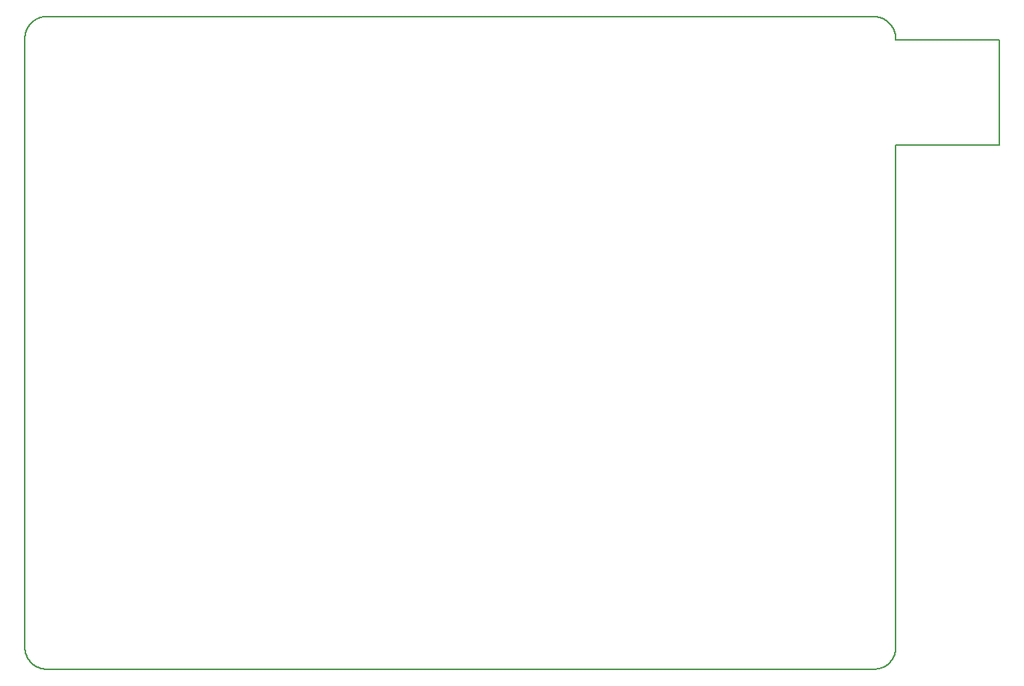
<source format=gko>
G75*
%MOIN*%
%OFA0B0*%
%FSLAX25Y25*%
%IPPOS*%
%LPD*%
%AMOC8*
5,1,8,0,0,1.08239X$1,22.5*
%
%ADD10C,0.00500*%
D10*
X0015000Y0005000D02*
X0395000Y0005000D01*
X0395242Y0005003D01*
X0395483Y0005012D01*
X0395724Y0005026D01*
X0395965Y0005047D01*
X0396205Y0005073D01*
X0396445Y0005105D01*
X0396684Y0005143D01*
X0396921Y0005186D01*
X0397158Y0005236D01*
X0397393Y0005291D01*
X0397627Y0005351D01*
X0397859Y0005418D01*
X0398090Y0005489D01*
X0398319Y0005567D01*
X0398546Y0005650D01*
X0398771Y0005738D01*
X0398994Y0005832D01*
X0399214Y0005931D01*
X0399432Y0006036D01*
X0399647Y0006145D01*
X0399860Y0006260D01*
X0400070Y0006380D01*
X0400276Y0006505D01*
X0400480Y0006635D01*
X0400681Y0006770D01*
X0400878Y0006910D01*
X0401072Y0007054D01*
X0401262Y0007203D01*
X0401448Y0007357D01*
X0401631Y0007515D01*
X0401810Y0007677D01*
X0401985Y0007844D01*
X0402156Y0008015D01*
X0402323Y0008190D01*
X0402485Y0008369D01*
X0402643Y0008552D01*
X0402797Y0008738D01*
X0402946Y0008928D01*
X0403090Y0009122D01*
X0403230Y0009319D01*
X0403365Y0009520D01*
X0403495Y0009724D01*
X0403620Y0009930D01*
X0403740Y0010140D01*
X0403855Y0010353D01*
X0403964Y0010568D01*
X0404069Y0010786D01*
X0404168Y0011006D01*
X0404262Y0011229D01*
X0404350Y0011454D01*
X0404433Y0011681D01*
X0404511Y0011910D01*
X0404582Y0012141D01*
X0404649Y0012373D01*
X0404709Y0012607D01*
X0404764Y0012842D01*
X0404814Y0013079D01*
X0404857Y0013316D01*
X0404895Y0013555D01*
X0404927Y0013795D01*
X0404953Y0014035D01*
X0404974Y0014276D01*
X0404988Y0014517D01*
X0404997Y0014758D01*
X0405000Y0015000D01*
X0405000Y0245787D01*
X0452500Y0245787D01*
X0452500Y0294213D01*
X0405000Y0294213D01*
X0405000Y0294212D02*
X0405006Y0294464D01*
X0405006Y0294715D01*
X0405001Y0294966D01*
X0404989Y0295217D01*
X0404971Y0295468D01*
X0404947Y0295718D01*
X0404917Y0295968D01*
X0404882Y0296217D01*
X0404840Y0296464D01*
X0404792Y0296711D01*
X0404738Y0296957D01*
X0404678Y0297201D01*
X0404613Y0297443D01*
X0404541Y0297684D01*
X0404464Y0297923D01*
X0404381Y0298161D01*
X0404292Y0298396D01*
X0404198Y0298629D01*
X0404098Y0298859D01*
X0403992Y0299088D01*
X0403881Y0299313D01*
X0403765Y0299536D01*
X0403643Y0299756D01*
X0403516Y0299972D01*
X0403383Y0300186D01*
X0403246Y0300397D01*
X0403104Y0300604D01*
X0402956Y0300807D01*
X0402804Y0301007D01*
X0402647Y0301204D01*
X0402485Y0301396D01*
X0402319Y0301584D01*
X0402148Y0301769D01*
X0401972Y0301949D01*
X0401793Y0302125D01*
X0401609Y0302296D01*
X0401421Y0302463D01*
X0401229Y0302625D01*
X0401034Y0302783D01*
X0400834Y0302936D01*
X0400631Y0303084D01*
X0400424Y0303227D01*
X0400214Y0303365D01*
X0400001Y0303498D01*
X0399785Y0303626D01*
X0399565Y0303749D01*
X0399343Y0303866D01*
X0399118Y0303977D01*
X0398890Y0304084D01*
X0398660Y0304185D01*
X0398427Y0304280D01*
X0398192Y0304369D01*
X0397955Y0304453D01*
X0397716Y0304531D01*
X0397476Y0304603D01*
X0397233Y0304670D01*
X0396989Y0304730D01*
X0396744Y0304785D01*
X0396497Y0304834D01*
X0396250Y0304876D01*
X0396001Y0304913D01*
X0395752Y0304944D01*
X0395501Y0304968D01*
X0395251Y0304987D01*
X0395000Y0305000D01*
X0015000Y0305000D01*
X0014758Y0304997D01*
X0014517Y0304988D01*
X0014276Y0304974D01*
X0014035Y0304953D01*
X0013795Y0304927D01*
X0013555Y0304895D01*
X0013316Y0304857D01*
X0013079Y0304814D01*
X0012842Y0304764D01*
X0012607Y0304709D01*
X0012373Y0304649D01*
X0012141Y0304582D01*
X0011910Y0304511D01*
X0011681Y0304433D01*
X0011454Y0304350D01*
X0011229Y0304262D01*
X0011006Y0304168D01*
X0010786Y0304069D01*
X0010568Y0303964D01*
X0010353Y0303855D01*
X0010140Y0303740D01*
X0009930Y0303620D01*
X0009724Y0303495D01*
X0009520Y0303365D01*
X0009319Y0303230D01*
X0009122Y0303090D01*
X0008928Y0302946D01*
X0008738Y0302797D01*
X0008552Y0302643D01*
X0008369Y0302485D01*
X0008190Y0302323D01*
X0008015Y0302156D01*
X0007844Y0301985D01*
X0007677Y0301810D01*
X0007515Y0301631D01*
X0007357Y0301448D01*
X0007203Y0301262D01*
X0007054Y0301072D01*
X0006910Y0300878D01*
X0006770Y0300681D01*
X0006635Y0300480D01*
X0006505Y0300276D01*
X0006380Y0300070D01*
X0006260Y0299860D01*
X0006145Y0299647D01*
X0006036Y0299432D01*
X0005931Y0299214D01*
X0005832Y0298994D01*
X0005738Y0298771D01*
X0005650Y0298546D01*
X0005567Y0298319D01*
X0005489Y0298090D01*
X0005418Y0297859D01*
X0005351Y0297627D01*
X0005291Y0297393D01*
X0005236Y0297158D01*
X0005186Y0296921D01*
X0005143Y0296684D01*
X0005105Y0296445D01*
X0005073Y0296205D01*
X0005047Y0295965D01*
X0005026Y0295724D01*
X0005012Y0295483D01*
X0005003Y0295242D01*
X0005000Y0295000D01*
X0005000Y0015000D01*
X0005003Y0014758D01*
X0005012Y0014517D01*
X0005026Y0014276D01*
X0005047Y0014035D01*
X0005073Y0013795D01*
X0005105Y0013555D01*
X0005143Y0013316D01*
X0005186Y0013079D01*
X0005236Y0012842D01*
X0005291Y0012607D01*
X0005351Y0012373D01*
X0005418Y0012141D01*
X0005489Y0011910D01*
X0005567Y0011681D01*
X0005650Y0011454D01*
X0005738Y0011229D01*
X0005832Y0011006D01*
X0005931Y0010786D01*
X0006036Y0010568D01*
X0006145Y0010353D01*
X0006260Y0010140D01*
X0006380Y0009930D01*
X0006505Y0009724D01*
X0006635Y0009520D01*
X0006770Y0009319D01*
X0006910Y0009122D01*
X0007054Y0008928D01*
X0007203Y0008738D01*
X0007357Y0008552D01*
X0007515Y0008369D01*
X0007677Y0008190D01*
X0007844Y0008015D01*
X0008015Y0007844D01*
X0008190Y0007677D01*
X0008369Y0007515D01*
X0008552Y0007357D01*
X0008738Y0007203D01*
X0008928Y0007054D01*
X0009122Y0006910D01*
X0009319Y0006770D01*
X0009520Y0006635D01*
X0009724Y0006505D01*
X0009930Y0006380D01*
X0010140Y0006260D01*
X0010353Y0006145D01*
X0010568Y0006036D01*
X0010786Y0005931D01*
X0011006Y0005832D01*
X0011229Y0005738D01*
X0011454Y0005650D01*
X0011681Y0005567D01*
X0011910Y0005489D01*
X0012141Y0005418D01*
X0012373Y0005351D01*
X0012607Y0005291D01*
X0012842Y0005236D01*
X0013079Y0005186D01*
X0013316Y0005143D01*
X0013555Y0005105D01*
X0013795Y0005073D01*
X0014035Y0005047D01*
X0014276Y0005026D01*
X0014517Y0005012D01*
X0014758Y0005003D01*
X0015000Y0005000D01*
M02*

</source>
